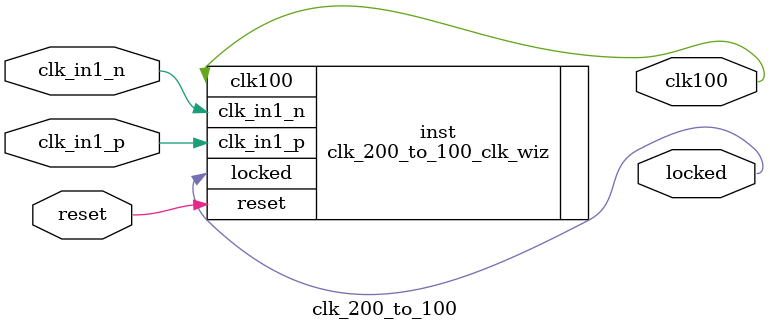
<source format=v>


`timescale 1ps/1ps

(* CORE_GENERATION_INFO = "clk_200_to_100,clk_wiz_v6_0_9_0_0,{component_name=clk_200_to_100,use_phase_alignment=true,use_min_o_jitter=false,use_max_i_jitter=false,use_dyn_phase_shift=false,use_inclk_switchover=false,use_dyn_reconfig=false,enable_axi=0,feedback_source=FDBK_AUTO,PRIMITIVE=MMCM,num_out_clk=1,clkin1_period=3.333,clkin2_period=5.000,use_power_down=false,use_reset=true,use_locked=true,use_inclk_stopped=false,feedback_type=SINGLE,CLOCK_MGR_TYPE=NA,manual_override=false}" *)

module clk_200_to_100 
 (
  // Clock out ports
  output        clk100,
  // Status and control signals
  input         reset,
  output        locked,
 // Clock in ports
  input         clk_in1_p,
  input         clk_in1_n
 );

  clk_200_to_100_clk_wiz inst
  (
  // Clock out ports  
  .clk100(clk100),
  // Status and control signals               
  .reset(reset), 
  .locked(locked),
 // Clock in ports
  .clk_in1_p(clk_in1_p),
  .clk_in1_n(clk_in1_n)
  );

endmodule

</source>
